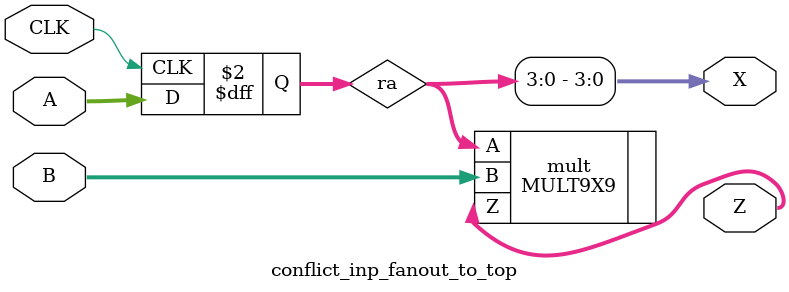
<source format=v>


module conflict_out_fanout (
    input  wire        CLK,
    input  wire [ 8:0] A,
    input  wire [ 8:0] B,
    output reg  [17:0] Z,
    output wire [ 8:0] X,
);

    wire [17:0] z;
    always @(posedge CLK)
        Z <= z;

    MULT9X9 # (
        .REGINPUTA("BYPASS"),
        .REGINPUTB("BYPASS"),
        .REGOUTPUT("BYPASS")
    ) mult (
        .A (A),
        .B (B),
        .Z (z)
    );

    assign X = ~z[8:0];

endmodule

module conflict_out_fanout_to_top (
    input  wire        CLK,
    input  wire [ 8:0] A,
    input  wire [ 8:0] B,
    output reg  [17:0] Z,
    output wire [ 8:0] X,
);

    wire [17:0] z;
    always @(posedge CLK)
        Z <= z;

    MULT9X9 # (
        .REGINPUTA("BYPASS"),
        .REGINPUTB("BYPASS"),
        .REGOUTPUT("BYPASS")
    ) mult (
        .A (A),
        .B (B),
        .Z (z)
    );

    assign X = z[8:0];

endmodule

module conflict_inp_fanout (
    input  wire        CLK,
    input  wire [ 8:0] A,
    input  wire [ 8:0] B,
    output reg  [17:0] Z,
    output wire [ 3:0] X,
);

    wire [8:0] ra;
    always @(posedge CLK)
        ra <= A;

    MULT9X9 # (
        .REGINPUTA("BYPASS"),
        .REGINPUTB("BYPASS"),
        .REGOUTPUT("BYPASS")
    ) mult (
        .A (ra),
        .B (B),
        .Z (Z)
    );

    assign X = ~ra[3:0];

endmodule

module conflict_inp_fanout_to_top (
    input  wire        CLK,
    input  wire [ 8:0] A,
    input  wire [ 8:0] B,
    output reg  [17:0] Z,
    output wire [ 3:0] X,
);

    wire [8:0] ra;
    always @(posedge CLK)
        ra <= A;

    MULT9X9 # (
        .REGINPUTA("BYPASS"),
        .REGINPUTB("BYPASS"),
        .REGOUTPUT("BYPASS")
    ) mult (
        .A (ra),
        .B (B),
        .Z (Z)
    );

    assign X = ra[3:0];

endmodule


</source>
